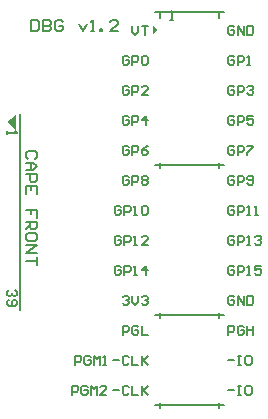
<source format=gbr>
%TF.GenerationSoftware,Altium Limited,Altium Designer,25.5.2 (35)*%
G04 Layer_Color=65535*
%FSLAX45Y45*%
%MOMM*%
%TF.SameCoordinates,F9D1B48F-3E51-4A7C-A873-13CCE31A6061*%
%TF.FilePolarity,Positive*%
%TF.FileFunction,Legend,Top*%
%TF.Part,Single*%
G01*
G75*
%TA.AperFunction,NonConductor*%
%ADD20C,0.20000*%
%ADD21C,0.15000*%
G36*
X482853Y2501789D02*
X560000Y2566080D01*
Y2437500D01*
X482853Y2501789D01*
D02*
G37*
G36*
X1761795Y3281838D02*
X1718206Y3245514D01*
Y3318162D01*
X1761795Y3281838D01*
D02*
G37*
D20*
X1775000Y3380000D02*
Y3430000D01*
X1735000Y3432000D02*
X2320000D01*
X2280000Y3380000D02*
Y3430000D01*
X1735000Y2137000D02*
X2320000D01*
X1775000Y2115000D02*
Y2160000D01*
X2280000Y2115000D02*
Y2160000D01*
X1745000Y2137000D02*
X2310000D01*
X2280000Y2115000D02*
Y2160000D01*
X1775000Y2115000D02*
Y2160000D01*
X1735000Y867000D02*
X2320000D01*
X1775000Y845000D02*
Y890000D01*
X2280000Y845000D02*
Y890000D01*
X1745000Y867000D02*
X2310000D01*
X2280000Y845000D02*
Y890000D01*
X1775000Y845000D02*
Y890000D01*
X1735000Y105000D02*
X2320000D01*
X1775000Y83000D02*
Y128000D01*
X2280000Y83000D02*
Y128000D01*
X1745000Y105000D02*
X2310000D01*
X2280000Y83000D02*
Y128000D01*
X1775000Y83000D02*
Y128000D01*
X590000Y910000D02*
Y2570000D01*
X690000Y3369968D02*
Y3270000D01*
X739984D01*
X756645Y3286661D01*
Y3353306D01*
X739984Y3369968D01*
X690000D01*
X789968D02*
Y3270000D01*
X839952D01*
X856613Y3286661D01*
Y3303323D01*
X839952Y3319984D01*
X789968D01*
X839952D01*
X856613Y3336645D01*
Y3353306D01*
X839952Y3369968D01*
X789968D01*
X956581Y3353306D02*
X939919Y3369968D01*
X906597D01*
X889935Y3353306D01*
Y3286661D01*
X906597Y3270000D01*
X939919D01*
X956581Y3286661D01*
Y3319984D01*
X923258D01*
X1089871Y3336645D02*
X1123194Y3270000D01*
X1156516Y3336645D01*
X1189839Y3270000D02*
X1223161D01*
X1206500D01*
Y3369968D01*
X1189839Y3353306D01*
X1273145Y3270000D02*
Y3286661D01*
X1289807D01*
Y3270000D01*
X1273145D01*
X1423097D02*
X1356452D01*
X1423097Y3336645D01*
Y3353306D01*
X1406436Y3369968D01*
X1373113D01*
X1356452Y3353306D01*
X723307Y2193355D02*
X739968Y2210016D01*
Y2243338D01*
X723307Y2260000D01*
X656662D01*
X640000Y2243338D01*
Y2210016D01*
X656662Y2193355D01*
X640000Y2160032D02*
X706645D01*
X739968Y2126709D01*
X706645Y2093387D01*
X640000D01*
X689984D01*
Y2160032D01*
X640000Y2060064D02*
X739968D01*
Y2010080D01*
X723307Y1993419D01*
X689984D01*
X673323Y2010080D01*
Y2060064D01*
X739968Y1893451D02*
Y1960096D01*
X640000D01*
Y1893451D01*
X689984Y1960096D02*
Y1926774D01*
X739968Y1693516D02*
Y1760161D01*
X689984D01*
Y1726838D01*
Y1760161D01*
X640000D01*
Y1660193D02*
X739968D01*
Y1610209D01*
X723307Y1593548D01*
X689984D01*
X673323Y1610209D01*
Y1660193D01*
Y1626871D02*
X640000Y1593548D01*
X739968Y1510241D02*
Y1543564D01*
X723307Y1560225D01*
X656662D01*
X640000Y1543564D01*
Y1510241D01*
X656662Y1493580D01*
X723307D01*
X739968Y1510241D01*
X640000Y1460257D02*
X739968D01*
X640000Y1393612D01*
X739968D01*
Y1360290D02*
Y1293645D01*
Y1326967D01*
X640000D01*
D21*
X1058420Y446013D02*
Y525987D01*
X1098407D01*
X1111736Y512658D01*
Y486000D01*
X1098407Y472671D01*
X1058420D01*
X1191710Y512658D02*
X1178381Y525987D01*
X1151723D01*
X1138394Y512658D01*
Y459342D01*
X1151723Y446013D01*
X1178381D01*
X1191710Y459342D01*
Y486000D01*
X1165052D01*
X1218368Y446013D02*
Y525987D01*
X1245026Y499329D01*
X1271684Y525987D01*
Y446013D01*
X1298342D02*
X1325000D01*
X1311671D01*
Y525987D01*
X1298342Y512658D01*
X1031762Y192013D02*
Y271987D01*
X1071749D01*
X1085078Y258658D01*
Y232000D01*
X1071749Y218671D01*
X1031762D01*
X1165052Y258658D02*
X1151723Y271987D01*
X1125065D01*
X1111736Y258658D01*
Y205342D01*
X1125065Y192013D01*
X1151723D01*
X1165052Y205342D01*
Y232000D01*
X1138394D01*
X1191710Y192013D02*
Y271987D01*
X1218368Y245329D01*
X1245026Y271987D01*
Y192013D01*
X1325000D02*
X1271684D01*
X1325000Y245329D01*
Y258658D01*
X1311671Y271987D01*
X1285013D01*
X1271684Y258658D01*
X2355000Y232000D02*
X2408316D01*
X2434974Y271987D02*
X2461632D01*
X2448303D01*
Y192013D01*
X2434974D01*
X2461632D01*
X2541606Y271987D02*
X2514948D01*
X2501619Y258658D01*
Y205342D01*
X2514948Y192013D01*
X2541606D01*
X2554935Y205342D01*
Y258658D01*
X2541606Y271987D01*
X2355000Y486000D02*
X2408316D01*
X2434974Y525987D02*
X2461632D01*
X2448303D01*
Y446013D01*
X2434974D01*
X2461632D01*
X2541606Y525987D02*
X2514948D01*
X2501619Y512658D01*
Y459342D01*
X2514948Y446013D01*
X2541606D01*
X2554935Y459342D01*
Y512658D01*
X2541606Y525987D01*
X2355000Y700013D02*
Y779987D01*
X2394987D01*
X2408316Y766658D01*
Y740000D01*
X2394987Y726671D01*
X2355000D01*
X2488290Y766658D02*
X2474961Y779987D01*
X2448303D01*
X2434974Y766658D01*
Y713342D01*
X2448303Y700013D01*
X2474961D01*
X2488290Y713342D01*
Y740000D01*
X2461632D01*
X2514948Y779987D02*
Y700013D01*
Y740000D01*
X2568264D01*
Y779987D01*
Y700013D01*
X2408316Y1274658D02*
X2394987Y1287987D01*
X2368329D01*
X2355000Y1274658D01*
Y1221342D01*
X2368329Y1208013D01*
X2394987D01*
X2408316Y1221342D01*
Y1248000D01*
X2381658D01*
X2434974Y1208013D02*
Y1287987D01*
X2474961D01*
X2488290Y1274658D01*
Y1248000D01*
X2474961Y1234671D01*
X2434974D01*
X2514948Y1208013D02*
X2541606D01*
X2528277D01*
Y1287987D01*
X2514948Y1274658D01*
X2634909Y1287987D02*
X2581593D01*
Y1248000D01*
X2608251Y1261329D01*
X2621580D01*
X2634909Y1248000D01*
Y1221342D01*
X2621580Y1208013D01*
X2594922D01*
X2581593Y1221342D01*
X1448407Y1274658D02*
X1435078Y1287987D01*
X1408420D01*
X1395090Y1274658D01*
Y1221342D01*
X1408420Y1208013D01*
X1435078D01*
X1448407Y1221342D01*
Y1248000D01*
X1421748D01*
X1475065Y1208013D02*
Y1287987D01*
X1515052D01*
X1528381Y1274658D01*
Y1248000D01*
X1515052Y1234671D01*
X1475065D01*
X1555039Y1208013D02*
X1581697D01*
X1568368D01*
Y1287987D01*
X1555039Y1274658D01*
X1661671Y1208013D02*
Y1287987D01*
X1621684Y1248000D01*
X1675000D01*
X2408316Y1528658D02*
X2394987Y1541987D01*
X2368329D01*
X2355000Y1528658D01*
Y1475342D01*
X2368329Y1462013D01*
X2394987D01*
X2408316Y1475342D01*
Y1502000D01*
X2381658D01*
X2434974Y1462013D02*
Y1541987D01*
X2474961D01*
X2488290Y1528658D01*
Y1502000D01*
X2474961Y1488671D01*
X2434974D01*
X2514948Y1462013D02*
X2541606D01*
X2528277D01*
Y1541987D01*
X2514948Y1528658D01*
X2581593D02*
X2594922Y1541987D01*
X2621580D01*
X2634909Y1528658D01*
Y1515329D01*
X2621580Y1502000D01*
X2608251D01*
X2621580D01*
X2634909Y1488671D01*
Y1475342D01*
X2621580Y1462013D01*
X2594922D01*
X2581593Y1475342D01*
X1448407Y1528658D02*
X1435078Y1541987D01*
X1408420D01*
X1395090Y1528658D01*
Y1475342D01*
X1408420Y1462013D01*
X1435078D01*
X1448407Y1475342D01*
Y1502000D01*
X1421748D01*
X1475065Y1462013D02*
Y1541987D01*
X1515052D01*
X1528381Y1528658D01*
Y1502000D01*
X1515052Y1488671D01*
X1475065D01*
X1555039Y1462013D02*
X1581697D01*
X1568368D01*
Y1541987D01*
X1555039Y1528658D01*
X1675000Y1462013D02*
X1621684D01*
X1675000Y1515329D01*
Y1528658D01*
X1661671Y1541987D01*
X1635013D01*
X1621684Y1528658D01*
X2408316Y1782658D02*
X2394987Y1795987D01*
X2368329D01*
X2355000Y1782658D01*
Y1729342D01*
X2368329Y1716013D01*
X2394987D01*
X2408316Y1729342D01*
Y1756000D01*
X2381658D01*
X2434974Y1716013D02*
Y1795987D01*
X2474961D01*
X2488290Y1782658D01*
Y1756000D01*
X2474961Y1742671D01*
X2434974D01*
X2514948Y1716013D02*
X2541606D01*
X2528277D01*
Y1795987D01*
X2514948Y1782658D01*
X2581593Y1716013D02*
X2608251D01*
X2594922D01*
Y1795987D01*
X2581593Y1782658D01*
X1448407D02*
X1435078Y1795987D01*
X1408420D01*
X1395090Y1782658D01*
Y1729342D01*
X1408420Y1716013D01*
X1435078D01*
X1448407Y1729342D01*
Y1756000D01*
X1421748D01*
X1475065Y1716013D02*
Y1795987D01*
X1515052D01*
X1528381Y1782658D01*
Y1756000D01*
X1515052Y1742671D01*
X1475065D01*
X1555039Y1716013D02*
X1581697D01*
X1568368D01*
Y1795987D01*
X1555039Y1782658D01*
X1621684D02*
X1635013Y1795987D01*
X1661671D01*
X1675000Y1782658D01*
Y1729342D01*
X1661671Y1716013D01*
X1635013D01*
X1621684Y1729342D01*
Y1782658D01*
X2408316Y2036658D02*
X2394987Y2049987D01*
X2368329D01*
X2355000Y2036658D01*
Y1983342D01*
X2368329Y1970013D01*
X2394987D01*
X2408316Y1983342D01*
Y2010000D01*
X2381658D01*
X2434974Y1970013D02*
Y2049987D01*
X2474961D01*
X2488290Y2036658D01*
Y2010000D01*
X2474961Y1996671D01*
X2434974D01*
X2514948Y1983342D02*
X2528277Y1970013D01*
X2554935D01*
X2568264Y1983342D01*
Y2036658D01*
X2554935Y2049987D01*
X2528277D01*
X2514948Y2036658D01*
Y2023329D01*
X2528277Y2010000D01*
X2568264D01*
X1515052Y2036658D02*
X1501723Y2049987D01*
X1475065D01*
X1461736Y2036658D01*
Y1983342D01*
X1475065Y1970013D01*
X1501723D01*
X1515052Y1983342D01*
Y2010000D01*
X1488394D01*
X1541710Y1970013D02*
Y2049987D01*
X1581697D01*
X1595026Y2036658D01*
Y2010000D01*
X1581697Y1996671D01*
X1541710D01*
X1621684Y2036658D02*
X1635013Y2049987D01*
X1661671D01*
X1675000Y2036658D01*
Y2023329D01*
X1661671Y2010000D01*
X1675000Y1996671D01*
Y1983342D01*
X1661671Y1970013D01*
X1635013D01*
X1621684Y1983342D01*
Y1996671D01*
X1635013Y2010000D01*
X1621684Y2023329D01*
Y2036658D01*
X1635013Y2010000D02*
X1661671D01*
X2408316Y2290658D02*
X2394987Y2303987D01*
X2368329D01*
X2355000Y2290658D01*
Y2237342D01*
X2368329Y2224013D01*
X2394987D01*
X2408316Y2237342D01*
Y2264000D01*
X2381658D01*
X2434974Y2224013D02*
Y2303987D01*
X2474961D01*
X2488290Y2290658D01*
Y2264000D01*
X2474961Y2250671D01*
X2434974D01*
X2514948Y2303987D02*
X2568264D01*
Y2290658D01*
X2514948Y2237342D01*
Y2224013D01*
X1515052Y2290658D02*
X1501723Y2303987D01*
X1475065D01*
X1461736Y2290658D01*
Y2237342D01*
X1475065Y2224013D01*
X1501723D01*
X1515052Y2237342D01*
Y2264000D01*
X1488394D01*
X1541710Y2224013D02*
Y2303987D01*
X1581697D01*
X1595026Y2290658D01*
Y2264000D01*
X1581697Y2250671D01*
X1541710D01*
X1675000Y2303987D02*
X1648342Y2290658D01*
X1621684Y2264000D01*
Y2237342D01*
X1635013Y2224013D01*
X1661671D01*
X1675000Y2237342D01*
Y2250671D01*
X1661671Y2264000D01*
X1621684D01*
X2408316Y2544658D02*
X2394987Y2557987D01*
X2368329D01*
X2355000Y2544658D01*
Y2491342D01*
X2368329Y2478013D01*
X2394987D01*
X2408316Y2491342D01*
Y2518000D01*
X2381658D01*
X2434974Y2478013D02*
Y2557987D01*
X2474961D01*
X2488290Y2544658D01*
Y2518000D01*
X2474961Y2504671D01*
X2434974D01*
X2568264Y2557987D02*
X2514948D01*
Y2518000D01*
X2541606Y2531329D01*
X2554935D01*
X2568264Y2518000D01*
Y2491342D01*
X2554935Y2478013D01*
X2528277D01*
X2514948Y2491342D01*
X1515052Y2544658D02*
X1501723Y2557987D01*
X1475065D01*
X1461736Y2544658D01*
Y2491342D01*
X1475065Y2478013D01*
X1501723D01*
X1515052Y2491342D01*
Y2518000D01*
X1488394D01*
X1541710Y2478013D02*
Y2557987D01*
X1581697D01*
X1595026Y2544658D01*
Y2518000D01*
X1581697Y2504671D01*
X1541710D01*
X1661671Y2478013D02*
Y2557987D01*
X1621684Y2518000D01*
X1675000D01*
X2408316Y2798658D02*
X2394987Y2811987D01*
X2368329D01*
X2355000Y2798658D01*
Y2745342D01*
X2368329Y2732013D01*
X2394987D01*
X2408316Y2745342D01*
Y2772000D01*
X2381658D01*
X2434974Y2732013D02*
Y2811987D01*
X2474961D01*
X2488290Y2798658D01*
Y2772000D01*
X2474961Y2758671D01*
X2434974D01*
X2514948Y2798658D02*
X2528277Y2811987D01*
X2554935D01*
X2568264Y2798658D01*
Y2785329D01*
X2554935Y2772000D01*
X2541606D01*
X2554935D01*
X2568264Y2758671D01*
Y2745342D01*
X2554935Y2732013D01*
X2528277D01*
X2514948Y2745342D01*
X1515052Y2798658D02*
X1501723Y2811987D01*
X1475065D01*
X1461736Y2798658D01*
Y2745342D01*
X1475065Y2732013D01*
X1501723D01*
X1515052Y2745342D01*
Y2772000D01*
X1488394D01*
X1541710Y2732013D02*
Y2811987D01*
X1581697D01*
X1595026Y2798658D01*
Y2772000D01*
X1581697Y2758671D01*
X1541710D01*
X1675000Y2732013D02*
X1621684D01*
X1675000Y2785329D01*
Y2798658D01*
X1661671Y2811987D01*
X1635013D01*
X1621684Y2798658D01*
X2408316Y3052658D02*
X2394987Y3065987D01*
X2368329D01*
X2355000Y3052658D01*
Y2999342D01*
X2368329Y2986013D01*
X2394987D01*
X2408316Y2999342D01*
Y3026000D01*
X2381658D01*
X2434974Y2986013D02*
Y3065987D01*
X2474961D01*
X2488290Y3052658D01*
Y3026000D01*
X2474961Y3012671D01*
X2434974D01*
X2514948Y2986013D02*
X2541606D01*
X2528277D01*
Y3065987D01*
X2514948Y3052658D01*
X551644Y1080001D02*
X564973Y1066672D01*
Y1040014D01*
X551644Y1026685D01*
X538315D01*
X524986Y1040014D01*
Y1053343D01*
Y1040014D01*
X511657Y1026685D01*
X498328D01*
X484999Y1040014D01*
Y1066672D01*
X498328Y1080001D01*
Y1000027D02*
X484999Y986698D01*
Y960040D01*
X498328Y946711D01*
X551644D01*
X564973Y960040D01*
Y986698D01*
X551644Y1000027D01*
X538315D01*
X524986Y986698D01*
Y946711D01*
X484999Y2425001D02*
Y2398343D01*
Y2411672D01*
X564973D01*
X551644Y2425001D01*
X1515052Y3052658D02*
X1501723Y3065987D01*
X1475065D01*
X1461736Y3052658D01*
Y2999342D01*
X1475065Y2986013D01*
X1501723D01*
X1515052Y2999342D01*
Y3026000D01*
X1488394D01*
X1541710Y2986013D02*
Y3065987D01*
X1581697D01*
X1595026Y3052658D01*
Y3026000D01*
X1581697Y3012671D01*
X1541710D01*
X1621684Y3052658D02*
X1635013Y3065987D01*
X1661671D01*
X1675000Y3052658D01*
Y2999342D01*
X1661671Y2986013D01*
X1635013D01*
X1621684Y2999342D01*
Y3052658D01*
X1541710Y3319987D02*
Y3266671D01*
X1568368Y3240013D01*
X1595026Y3266671D01*
Y3319987D01*
X1621684D02*
X1675000D01*
X1648342D01*
Y3240013D01*
X2408316Y3306658D02*
X2394987Y3319987D01*
X2368329D01*
X2355000Y3306658D01*
Y3253342D01*
X2368329Y3240013D01*
X2394987D01*
X2408316Y3253342D01*
Y3280000D01*
X2381658D01*
X2434974Y3240013D02*
Y3319987D01*
X2488290Y3240013D01*
Y3319987D01*
X2514948D02*
Y3240013D01*
X2554935D01*
X2568264Y3253342D01*
Y3306658D01*
X2554935Y3319987D01*
X2514948D01*
X1865000Y3365000D02*
X1891658D01*
X1878329D01*
Y3444974D01*
X1865000Y3431645D01*
X1461736Y1020658D02*
X1475065Y1033987D01*
X1501723D01*
X1515052Y1020658D01*
Y1007329D01*
X1501723Y994000D01*
X1488394D01*
X1501723D01*
X1515052Y980671D01*
Y967342D01*
X1501723Y954013D01*
X1475065D01*
X1461736Y967342D01*
X1541710Y1033987D02*
Y980671D01*
X1568368Y954013D01*
X1595026Y980671D01*
Y1033987D01*
X1621684Y1020658D02*
X1635013Y1033987D01*
X1661671D01*
X1675000Y1020658D01*
Y1007329D01*
X1661671Y994000D01*
X1648342D01*
X1661671D01*
X1675000Y980671D01*
Y967342D01*
X1661671Y954013D01*
X1635013D01*
X1621684Y967342D01*
X1381762Y232000D02*
X1435078D01*
X1515052Y258658D02*
X1501723Y271987D01*
X1475065D01*
X1461736Y258658D01*
Y205342D01*
X1475065Y192013D01*
X1501723D01*
X1515052Y205342D01*
X1541710Y271987D02*
Y192013D01*
X1595026D01*
X1621684Y271987D02*
Y192013D01*
Y218671D01*
X1675000Y271987D01*
X1635013Y232000D01*
X1675000Y192013D01*
X1381762Y486000D02*
X1435078D01*
X1515052Y512658D02*
X1501723Y525987D01*
X1475065D01*
X1461736Y512658D01*
Y459342D01*
X1475065Y446013D01*
X1501723D01*
X1515052Y459342D01*
X1541710Y525987D02*
Y446013D01*
X1595026D01*
X1621684Y525987D02*
Y446013D01*
Y472671D01*
X1675000Y525987D01*
X1635013Y486000D01*
X1675000Y446013D01*
X1461736Y700013D02*
Y779987D01*
X1501723D01*
X1515052Y766658D01*
Y740000D01*
X1501723Y726671D01*
X1461736D01*
X1595026Y766658D02*
X1581697Y779987D01*
X1555039D01*
X1541710Y766658D01*
Y713342D01*
X1555039Y700013D01*
X1581697D01*
X1595026Y713342D01*
Y740000D01*
X1568368D01*
X1621684Y779987D02*
Y700013D01*
X1675000D01*
X2408316Y1020658D02*
X2394987Y1033987D01*
X2368329D01*
X2355000Y1020658D01*
Y967342D01*
X2368329Y954013D01*
X2394987D01*
X2408316Y967342D01*
Y994000D01*
X2381658D01*
X2434974Y954013D02*
Y1033987D01*
X2488290Y954013D01*
Y1033987D01*
X2514948D02*
Y954013D01*
X2554935D01*
X2568264Y967342D01*
Y1020658D01*
X2554935Y1033987D01*
X2514948D01*
%TF.MD5,0d36ffa492edd009552d0645febd985c*%
M02*

</source>
